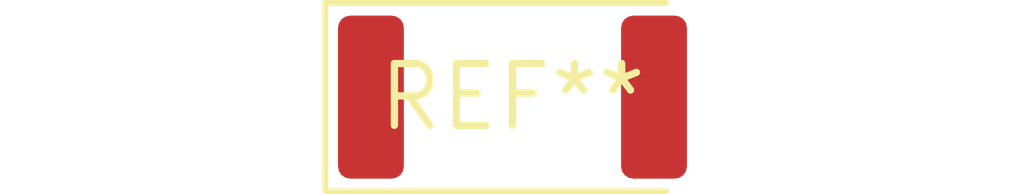
<source format=kicad_pcb>
(kicad_pcb (version 20240108) (generator pcbnew)
  (layers (0 "F.Cu" signal) (31 "B.Cu" signal) (34 "B.Paste" user) (35 "F.Paste" user) (36 "B.SilkS" user "B.Silkscreen") (37 "F.SilkS" user "F.Silkscreen") (38 "B.Mask" user) (39 "F.Mask" user) (44 "Edge.Cuts" user))
  (net 0 "")
  (footprint "LED_2512_6332Metric" (layer "F.Cu") (at 0 0)
    (property "Reference" "REF**")
    (property "Value" "LED_2512_6332Metric")
    (fp_line (start -3.835 -1.935) (end -3.835 1.935) (layer "F.SilkS") (stroke (width 0.12)))
    (fp_line (start -3.835 1.935) (end 3.15 1.935) (layer "F.SilkS") (stroke (width 0.12)))
    (fp_line (start 3.15 -1.935) (end -3.835 -1.935) (layer "F.SilkS") (stroke (width 0.12)))
    (pad "1" smd roundrect (at -2.9 0) (size 1.35 3.35) (layers "F.Cu" "F.Paste" "F.Mask") (roundrect_rratio 0.185185))
    (pad "2" smd roundrect (at 2.9 0) (size 1.35 3.35) (layers "F.Cu" "F.Paste" "F.Mask") (roundrect_rratio 0.185185))
  )
)
</source>
